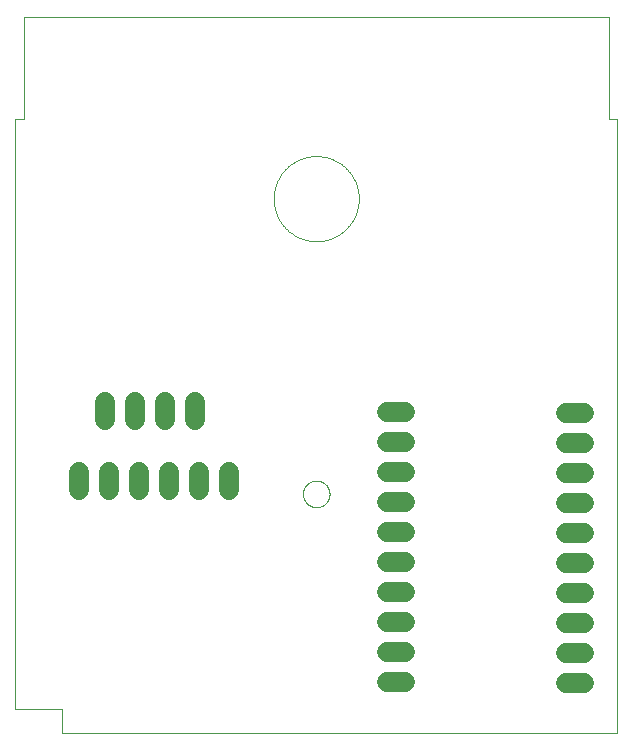
<source format=gbs>
G75*
%MOIN*%
%OFA0B0*%
%FSLAX25Y25*%
%IPPOS*%
%LPD*%
%AMOC8*
5,1,8,0,0,1.08239X$1,22.5*
%
%ADD10C,0.00004*%
%ADD11C,0.06800*%
D10*
X0001002Y0008876D02*
X0001002Y0205726D01*
X0004033Y0205726D01*
X0004033Y0239506D01*
X0003955Y0239585D02*
X0198837Y0239585D01*
X0198837Y0205726D01*
X0201789Y0205726D01*
X0201789Y0001002D01*
X0016750Y0001002D01*
X0016750Y0008876D01*
X0001002Y0008876D01*
X0096967Y0080726D02*
X0096969Y0080858D01*
X0096975Y0080991D01*
X0096985Y0081123D01*
X0096999Y0081255D01*
X0097016Y0081386D01*
X0097038Y0081517D01*
X0097064Y0081647D01*
X0097093Y0081776D01*
X0097127Y0081904D01*
X0097164Y0082031D01*
X0097205Y0082157D01*
X0097249Y0082282D01*
X0097298Y0082406D01*
X0097350Y0082527D01*
X0097406Y0082648D01*
X0097465Y0082766D01*
X0097528Y0082883D01*
X0097594Y0082998D01*
X0097664Y0083110D01*
X0097737Y0083221D01*
X0097813Y0083329D01*
X0097892Y0083435D01*
X0097975Y0083539D01*
X0098061Y0083640D01*
X0098149Y0083738D01*
X0098241Y0083834D01*
X0098335Y0083927D01*
X0098432Y0084017D01*
X0098532Y0084105D01*
X0098635Y0084189D01*
X0098739Y0084270D01*
X0098847Y0084348D01*
X0098956Y0084422D01*
X0099068Y0084494D01*
X0099182Y0084562D01*
X0099297Y0084626D01*
X0099415Y0084687D01*
X0099534Y0084745D01*
X0099655Y0084799D01*
X0099778Y0084849D01*
X0099902Y0084895D01*
X0100027Y0084938D01*
X0100154Y0084977D01*
X0100282Y0085013D01*
X0100410Y0085044D01*
X0100540Y0085072D01*
X0100670Y0085095D01*
X0100801Y0085115D01*
X0100933Y0085131D01*
X0101065Y0085143D01*
X0101197Y0085151D01*
X0101330Y0085155D01*
X0101462Y0085155D01*
X0101595Y0085151D01*
X0101727Y0085143D01*
X0101859Y0085131D01*
X0101991Y0085115D01*
X0102122Y0085095D01*
X0102252Y0085072D01*
X0102382Y0085044D01*
X0102510Y0085013D01*
X0102638Y0084977D01*
X0102765Y0084938D01*
X0102890Y0084895D01*
X0103014Y0084849D01*
X0103137Y0084799D01*
X0103258Y0084745D01*
X0103377Y0084687D01*
X0103495Y0084626D01*
X0103611Y0084562D01*
X0103724Y0084494D01*
X0103836Y0084422D01*
X0103945Y0084348D01*
X0104053Y0084270D01*
X0104157Y0084189D01*
X0104260Y0084105D01*
X0104360Y0084017D01*
X0104457Y0083927D01*
X0104551Y0083834D01*
X0104643Y0083738D01*
X0104731Y0083640D01*
X0104817Y0083539D01*
X0104900Y0083435D01*
X0104979Y0083329D01*
X0105055Y0083221D01*
X0105128Y0083110D01*
X0105198Y0082998D01*
X0105264Y0082883D01*
X0105327Y0082766D01*
X0105386Y0082648D01*
X0105442Y0082527D01*
X0105494Y0082406D01*
X0105543Y0082282D01*
X0105587Y0082157D01*
X0105628Y0082031D01*
X0105665Y0081904D01*
X0105699Y0081776D01*
X0105728Y0081647D01*
X0105754Y0081517D01*
X0105776Y0081386D01*
X0105793Y0081255D01*
X0105807Y0081123D01*
X0105817Y0080991D01*
X0105823Y0080858D01*
X0105825Y0080726D01*
X0105823Y0080594D01*
X0105817Y0080461D01*
X0105807Y0080329D01*
X0105793Y0080197D01*
X0105776Y0080066D01*
X0105754Y0079935D01*
X0105728Y0079805D01*
X0105699Y0079676D01*
X0105665Y0079548D01*
X0105628Y0079421D01*
X0105587Y0079295D01*
X0105543Y0079170D01*
X0105494Y0079046D01*
X0105442Y0078925D01*
X0105386Y0078804D01*
X0105327Y0078686D01*
X0105264Y0078569D01*
X0105198Y0078454D01*
X0105128Y0078342D01*
X0105055Y0078231D01*
X0104979Y0078123D01*
X0104900Y0078017D01*
X0104817Y0077913D01*
X0104731Y0077812D01*
X0104643Y0077714D01*
X0104551Y0077618D01*
X0104457Y0077525D01*
X0104360Y0077435D01*
X0104260Y0077347D01*
X0104157Y0077263D01*
X0104053Y0077182D01*
X0103945Y0077104D01*
X0103836Y0077030D01*
X0103724Y0076958D01*
X0103610Y0076890D01*
X0103495Y0076826D01*
X0103377Y0076765D01*
X0103258Y0076707D01*
X0103137Y0076653D01*
X0103014Y0076603D01*
X0102890Y0076557D01*
X0102765Y0076514D01*
X0102638Y0076475D01*
X0102510Y0076439D01*
X0102382Y0076408D01*
X0102252Y0076380D01*
X0102122Y0076357D01*
X0101991Y0076337D01*
X0101859Y0076321D01*
X0101727Y0076309D01*
X0101595Y0076301D01*
X0101462Y0076297D01*
X0101330Y0076297D01*
X0101197Y0076301D01*
X0101065Y0076309D01*
X0100933Y0076321D01*
X0100801Y0076337D01*
X0100670Y0076357D01*
X0100540Y0076380D01*
X0100410Y0076408D01*
X0100282Y0076439D01*
X0100154Y0076475D01*
X0100027Y0076514D01*
X0099902Y0076557D01*
X0099778Y0076603D01*
X0099655Y0076653D01*
X0099534Y0076707D01*
X0099415Y0076765D01*
X0099297Y0076826D01*
X0099181Y0076890D01*
X0099068Y0076958D01*
X0098956Y0077030D01*
X0098847Y0077104D01*
X0098739Y0077182D01*
X0098635Y0077263D01*
X0098532Y0077347D01*
X0098432Y0077435D01*
X0098335Y0077525D01*
X0098241Y0077618D01*
X0098149Y0077714D01*
X0098061Y0077812D01*
X0097975Y0077913D01*
X0097892Y0078017D01*
X0097813Y0078123D01*
X0097737Y0078231D01*
X0097664Y0078342D01*
X0097594Y0078454D01*
X0097528Y0078569D01*
X0097465Y0078686D01*
X0097406Y0078804D01*
X0097350Y0078925D01*
X0097298Y0079046D01*
X0097249Y0079170D01*
X0097205Y0079295D01*
X0097164Y0079421D01*
X0097127Y0079548D01*
X0097093Y0079676D01*
X0097064Y0079805D01*
X0097038Y0079935D01*
X0097016Y0080066D01*
X0096999Y0080197D01*
X0096985Y0080329D01*
X0096975Y0080461D01*
X0096969Y0080594D01*
X0096967Y0080726D01*
X0087223Y0179152D02*
X0087227Y0179500D01*
X0087240Y0179847D01*
X0087261Y0180195D01*
X0087291Y0180541D01*
X0087330Y0180887D01*
X0087376Y0181232D01*
X0087432Y0181575D01*
X0087495Y0181917D01*
X0087567Y0182257D01*
X0087648Y0182596D01*
X0087736Y0182932D01*
X0087833Y0183266D01*
X0087938Y0183598D01*
X0088051Y0183927D01*
X0088173Y0184253D01*
X0088302Y0184576D01*
X0088439Y0184895D01*
X0088584Y0185212D01*
X0088736Y0185524D01*
X0088897Y0185833D01*
X0089064Y0186138D01*
X0089239Y0186438D01*
X0089422Y0186735D01*
X0089612Y0187026D01*
X0089808Y0187313D01*
X0090012Y0187595D01*
X0090223Y0187872D01*
X0090440Y0188143D01*
X0090664Y0188409D01*
X0090894Y0188670D01*
X0091131Y0188925D01*
X0091374Y0189174D01*
X0091623Y0189417D01*
X0091878Y0189654D01*
X0092139Y0189884D01*
X0092405Y0190108D01*
X0092676Y0190325D01*
X0092953Y0190536D01*
X0093235Y0190740D01*
X0093522Y0190936D01*
X0093813Y0191126D01*
X0094110Y0191309D01*
X0094410Y0191484D01*
X0094715Y0191651D01*
X0095024Y0191812D01*
X0095336Y0191964D01*
X0095653Y0192109D01*
X0095972Y0192246D01*
X0096295Y0192375D01*
X0096621Y0192497D01*
X0096950Y0192610D01*
X0097282Y0192715D01*
X0097616Y0192812D01*
X0097952Y0192900D01*
X0098291Y0192981D01*
X0098631Y0193053D01*
X0098973Y0193116D01*
X0099316Y0193172D01*
X0099661Y0193218D01*
X0100007Y0193257D01*
X0100353Y0193287D01*
X0100701Y0193308D01*
X0101048Y0193321D01*
X0101396Y0193325D01*
X0101744Y0193321D01*
X0102091Y0193308D01*
X0102439Y0193287D01*
X0102785Y0193257D01*
X0103131Y0193218D01*
X0103476Y0193172D01*
X0103819Y0193116D01*
X0104161Y0193053D01*
X0104501Y0192981D01*
X0104840Y0192900D01*
X0105176Y0192812D01*
X0105510Y0192715D01*
X0105842Y0192610D01*
X0106171Y0192497D01*
X0106497Y0192375D01*
X0106820Y0192246D01*
X0107139Y0192109D01*
X0107456Y0191964D01*
X0107768Y0191812D01*
X0108077Y0191651D01*
X0108382Y0191484D01*
X0108682Y0191309D01*
X0108979Y0191126D01*
X0109270Y0190936D01*
X0109557Y0190740D01*
X0109839Y0190536D01*
X0110116Y0190325D01*
X0110387Y0190108D01*
X0110653Y0189884D01*
X0110914Y0189654D01*
X0111169Y0189417D01*
X0111418Y0189174D01*
X0111661Y0188925D01*
X0111898Y0188670D01*
X0112128Y0188409D01*
X0112352Y0188143D01*
X0112569Y0187872D01*
X0112780Y0187595D01*
X0112984Y0187313D01*
X0113180Y0187026D01*
X0113370Y0186735D01*
X0113553Y0186438D01*
X0113728Y0186138D01*
X0113895Y0185833D01*
X0114056Y0185524D01*
X0114208Y0185212D01*
X0114353Y0184895D01*
X0114490Y0184576D01*
X0114619Y0184253D01*
X0114741Y0183927D01*
X0114854Y0183598D01*
X0114959Y0183266D01*
X0115056Y0182932D01*
X0115144Y0182596D01*
X0115225Y0182257D01*
X0115297Y0181917D01*
X0115360Y0181575D01*
X0115416Y0181232D01*
X0115462Y0180887D01*
X0115501Y0180541D01*
X0115531Y0180195D01*
X0115552Y0179847D01*
X0115565Y0179500D01*
X0115569Y0179152D01*
X0115565Y0178804D01*
X0115552Y0178457D01*
X0115531Y0178109D01*
X0115501Y0177763D01*
X0115462Y0177417D01*
X0115416Y0177072D01*
X0115360Y0176729D01*
X0115297Y0176387D01*
X0115225Y0176047D01*
X0115144Y0175708D01*
X0115056Y0175372D01*
X0114959Y0175038D01*
X0114854Y0174706D01*
X0114741Y0174377D01*
X0114619Y0174051D01*
X0114490Y0173728D01*
X0114353Y0173409D01*
X0114208Y0173092D01*
X0114056Y0172780D01*
X0113895Y0172471D01*
X0113728Y0172166D01*
X0113553Y0171866D01*
X0113370Y0171569D01*
X0113180Y0171278D01*
X0112984Y0170991D01*
X0112780Y0170709D01*
X0112569Y0170432D01*
X0112352Y0170161D01*
X0112128Y0169895D01*
X0111898Y0169634D01*
X0111661Y0169379D01*
X0111418Y0169130D01*
X0111169Y0168887D01*
X0110914Y0168650D01*
X0110653Y0168420D01*
X0110387Y0168196D01*
X0110116Y0167979D01*
X0109839Y0167768D01*
X0109557Y0167564D01*
X0109270Y0167368D01*
X0108979Y0167178D01*
X0108682Y0166995D01*
X0108382Y0166820D01*
X0108077Y0166653D01*
X0107768Y0166492D01*
X0107456Y0166340D01*
X0107139Y0166195D01*
X0106820Y0166058D01*
X0106497Y0165929D01*
X0106171Y0165807D01*
X0105842Y0165694D01*
X0105510Y0165589D01*
X0105176Y0165492D01*
X0104840Y0165404D01*
X0104501Y0165323D01*
X0104161Y0165251D01*
X0103819Y0165188D01*
X0103476Y0165132D01*
X0103131Y0165086D01*
X0102785Y0165047D01*
X0102439Y0165017D01*
X0102091Y0164996D01*
X0101744Y0164983D01*
X0101396Y0164979D01*
X0101048Y0164983D01*
X0100701Y0164996D01*
X0100353Y0165017D01*
X0100007Y0165047D01*
X0099661Y0165086D01*
X0099316Y0165132D01*
X0098973Y0165188D01*
X0098631Y0165251D01*
X0098291Y0165323D01*
X0097952Y0165404D01*
X0097616Y0165492D01*
X0097282Y0165589D01*
X0096950Y0165694D01*
X0096621Y0165807D01*
X0096295Y0165929D01*
X0095972Y0166058D01*
X0095653Y0166195D01*
X0095336Y0166340D01*
X0095024Y0166492D01*
X0094715Y0166653D01*
X0094410Y0166820D01*
X0094110Y0166995D01*
X0093813Y0167178D01*
X0093522Y0167368D01*
X0093235Y0167564D01*
X0092953Y0167768D01*
X0092676Y0167979D01*
X0092405Y0168196D01*
X0092139Y0168420D01*
X0091878Y0168650D01*
X0091623Y0168887D01*
X0091374Y0169130D01*
X0091131Y0169379D01*
X0090894Y0169634D01*
X0090664Y0169895D01*
X0090440Y0170161D01*
X0090223Y0170432D01*
X0090012Y0170709D01*
X0089808Y0170991D01*
X0089612Y0171278D01*
X0089422Y0171569D01*
X0089239Y0171866D01*
X0089064Y0172166D01*
X0088897Y0172471D01*
X0088736Y0172780D01*
X0088584Y0173092D01*
X0088439Y0173409D01*
X0088302Y0173728D01*
X0088173Y0174051D01*
X0088051Y0174377D01*
X0087938Y0174706D01*
X0087833Y0175038D01*
X0087736Y0175372D01*
X0087648Y0175708D01*
X0087567Y0176047D01*
X0087495Y0176387D01*
X0087432Y0176729D01*
X0087376Y0177072D01*
X0087330Y0177417D01*
X0087291Y0177763D01*
X0087261Y0178109D01*
X0087240Y0178457D01*
X0087227Y0178804D01*
X0087223Y0179152D01*
D11*
X0061041Y0111207D02*
X0061041Y0105207D01*
X0051041Y0105207D02*
X0051041Y0111207D01*
X0041041Y0111207D02*
X0041041Y0105207D01*
X0031041Y0105207D02*
X0031041Y0111207D01*
X0032341Y0087939D02*
X0032341Y0081939D01*
X0022341Y0081939D02*
X0022341Y0087939D01*
X0042341Y0087939D02*
X0042341Y0081939D01*
X0052341Y0081939D02*
X0052341Y0087939D01*
X0062341Y0087939D02*
X0062341Y0081939D01*
X0072341Y0081939D02*
X0072341Y0087939D01*
X0124892Y0087892D02*
X0130892Y0087892D01*
X0130892Y0097892D02*
X0124892Y0097892D01*
X0124892Y0107892D02*
X0130892Y0107892D01*
X0130892Y0077892D02*
X0124892Y0077892D01*
X0124892Y0067892D02*
X0130892Y0067892D01*
X0130892Y0057892D02*
X0124892Y0057892D01*
X0124892Y0047892D02*
X0130892Y0047892D01*
X0130892Y0037892D02*
X0124892Y0037892D01*
X0124892Y0027892D02*
X0130892Y0027892D01*
X0130892Y0017892D02*
X0124892Y0017892D01*
X0184774Y0017734D02*
X0190774Y0017734D01*
X0190774Y0027734D02*
X0184774Y0027734D01*
X0184774Y0037734D02*
X0190774Y0037734D01*
X0190774Y0047734D02*
X0184774Y0047734D01*
X0184774Y0057734D02*
X0190774Y0057734D01*
X0190774Y0067734D02*
X0184774Y0067734D01*
X0184774Y0077734D02*
X0190774Y0077734D01*
X0190774Y0087734D02*
X0184774Y0087734D01*
X0184774Y0097734D02*
X0190774Y0097734D01*
X0190774Y0107734D02*
X0184774Y0107734D01*
M02*

</source>
